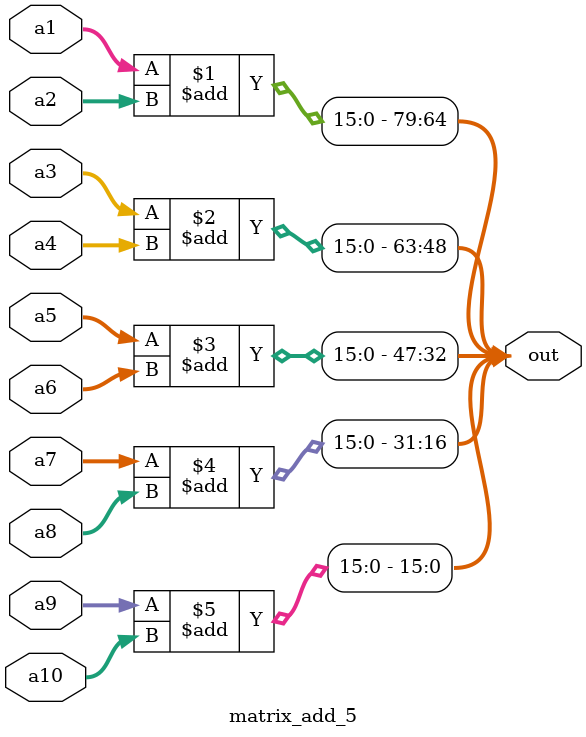
<source format=v>
module matrix_add_5(a1, a2, a3, a4, a5, a6, a7, a8, a9, a10, out);
 input [15:0] a1;
 input [15:0] a2;
 input [15:0] a3;
 input [15:0] a4;
 input [15:0] a5;
 input [15:0] a6;
 input [15:0] a7;
 input [15:0] a8;
 input [15:0] a9;
 input [15:0] a10;
 output [79:0] out;

 assign out[79:64] = a1 + a2;
 assign out[63:48] = a3 + a4;
 assign out[47:32] = a5 + a6;
 assign out[31:16] = a7 + a8; 
 assign out[15:0] =  a9 + a10;
endmodule

</source>
